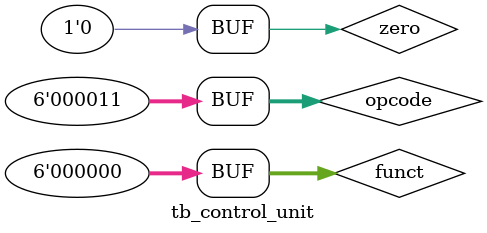
<source format=v>
`timescale 1ns / 1ps

module tb_control_unit;

	// Inputs
	reg [5:0] opcode;
	reg [5:0] funct;
	reg zero;

	// Outputs
	wire seu_en;
	wire alu_src_b;
	wire [3:0] alu_op;
	wire [1:0] dw_sel;
	wire [1:0] rw_sel;
	wire rf_wr;
	wire dm_wr;
	wire dm_rd;
	wire [1:0] next_pc_sel;

	// Instantiate the Unit Under Test (UUT)
	Control_Unit uut (
		.opcode(opcode), 
		.funct(funct), 
		.zero(zero), 
		.seu_en(seu_en), 
		.alu_src_b(alu_src_b), 
		.alu_op(alu_op), 
		.dw_sel(dw_sel), 
		.rw_sel(rw_sel), 
		.rf_wr(rf_wr), 
		.dm_wr(dm_wr), 
		.dm_rd(dm_rd), 
		.next_pc_sel(next_pc_sel)
	);

	initial begin
		// Initialize Inputs
		opcode = 0;
		funct = 0;
		zero = 1;

		// Wait 100 ns for global reset to finish
		#100;
        
		// Add stimulus here

	end
	
	always@(zero) begin
		#50;
			zero = 0;
			opcode = 6'b000000;
			funct = 6'b100000;
		#50;
			zero= 1;
		#50;
			zero=0;
			opcode = 6'b000011;
			funct = 6'b000000;
		#100;
	end
      
endmodule


</source>
